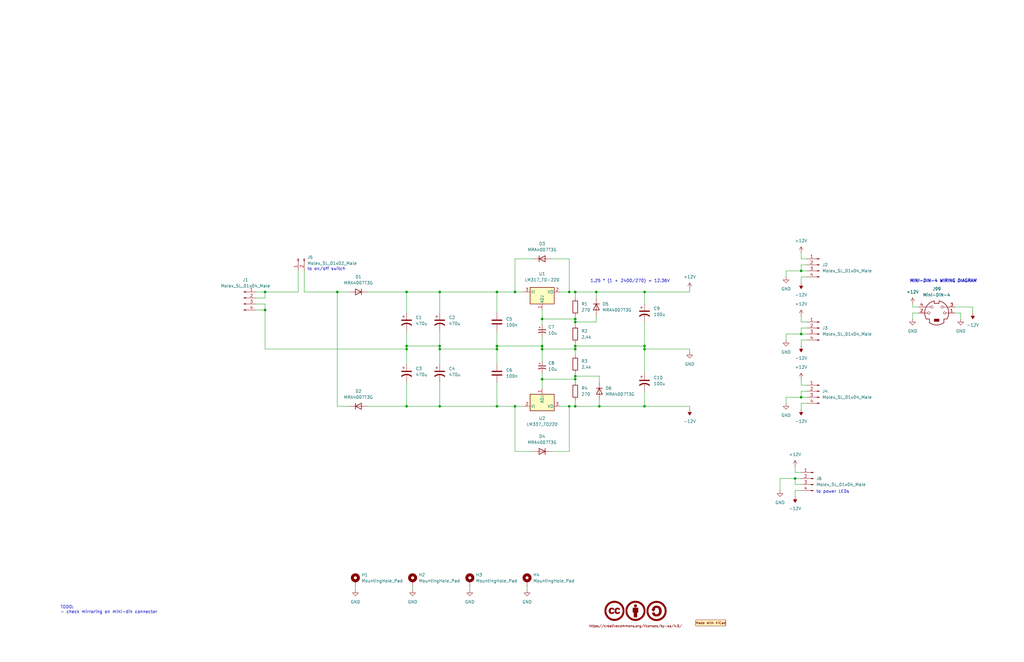
<source format=kicad_sch>
(kicad_sch (version 20211123) (generator eeschema)
  (paper "B")
  (title_block (title "Audio Instrument PSU") (date "${date}") (rev "${rev}") (company "G. Keeth"))
  (lib_symbols
    (symbol "Connector:Mini-DIN-4" (pin_names (offset 1.016))
      (property "Reference" "J" (at 0 6.35 0))
      (property "Value" "Mini-DIN-4" (at 0 -6.35 0))
      (symbol "Mini-DIN-4_1_1"
        (pin passive line (at 7.62 0 180) (length 2.54) (name "~") (number "1"))
        (pin passive line (at -7.62 0 0) (length 2.54) (name "~") (number "2"))
        (pin passive line (at 7.62 2.54 180) (length 2.54) (name "~") (number "3"))
        (pin passive line (at -7.62 2.54 0) (length 2.54) (name "~") (number "4"))
      )
    )
    (symbol "Connector_gkeeth:Molex_SL_01x02_Male" (pin_names (offset 1.016) hide)
      (property "Reference" "J" (at 0 2.54 0))
      (property "Value" "Molex_SL_01x02_Male" (at 0 -5.08 0))
      (symbol "Molex_SL_01x02_Male_1_1"
        (pin passive line (at 5.08 0 180) (length 3.81) (name "Pin_1") (number "1"))
        (pin passive line (at 5.08 -2.54 180) (length 3.81) (name "Pin_2") (number "2"))
      )
    )
    (symbol "Connector_gkeeth:Molex_SL_01x04_Male" (pin_names (offset 1.016) hide)
      (property "Reference" "J" (at 0 5.08 0))
      (property "Value" "Molex_SL_01x04_Male" (at 0 -7.62 0))
      (symbol "Molex_SL_01x04_Male_1_1"
        (pin passive line (at 5.08 2.54 180) (length 3.81) (name "Pin_1") (number "1"))
        (pin passive line (at 5.08 0 180) (length 3.81) (name "Pin_2") (number "2"))
        (pin passive line (at 5.08 -2.54 180) (length 3.81) (name "Pin_3") (number "3"))
        (pin passive line (at 5.08 -5.08 180) (length 3.81) (name "Pin_4") (number "4"))
      )
    )
    (symbol "Creative_Commons:CC-BY-SA_0.33in" (pin_names (offset 1.016))
      (symbol "CC-BY-SA_0.33in_0_0"
        (text "https://creativecommons.org/licenses/by-sa/4.0/" (at 0 -6.35 0) (effects (font (size 0.9906 0.9906))))
      )
    )
    (symbol "Device:C" (pin_numbers hide) (pin_names (offset 0.254))
      (property "Reference" "C" (at 0.635 2.54 0))
      (property "Value" "C" (at 0.635 -2.54 0))
      (symbol "C_1_1"
        (pin passive line (at 0 3.81 270) (length 2.794) (name "~") (number "1"))
        (pin passive line (at 0 -3.81 90) (length 2.794) (name "~") (number "2"))
      )
    )
    (symbol "Device:C_Polarized_Small_US" (pin_numbers hide) (pin_names (offset 0.254) hide)
      (property "Reference" "C" (at 0.254 1.778 0))
      (property "Value" "C_Polarized_Small_US" (at 0.254 -2.032 0))
      (symbol "C_Polarized_Small_US_1_1"
        (pin passive line (at 0 2.54 270) (length 2.032) (name "~") (number "1"))
        (pin passive line (at 0 -2.54 90) (length 2.032) (name "~") (number "2"))
      )
    )
    (symbol "Device:C_Polarized_US" (pin_numbers hide) (pin_names (offset 0.254) hide)
      (property "Reference" "C" (at 0.635 2.54 0))
      (property "Value" "C_Polarized_US" (at 0.635 -2.54 0))
      (symbol "C_Polarized_US_1_1"
        (pin passive line (at 0 3.81 270) (length 2.794) (name "~") (number "1"))
        (pin passive line (at 0 -3.81 90) (length 3.302) (name "~") (number "2"))
      )
    )
    (symbol "Device:R" (pin_numbers hide) (pin_names (offset 0))
      (property "Reference" "R" (at 2.032 0 90))
      (property "Value" "R" (at 0 0 90))
      (symbol "R_1_1"
        (pin passive line (at 0 3.81 270) (length 1.27) (name "~") (number "1"))
        (pin passive line (at 0 -3.81 90) (length 1.27) (name "~") (number "2"))
      )
    )
    (symbol "Diode:MRA4007T3G" (pin_numbers hide) (pin_names (offset 1.016) hide)
      (property "Reference" "D" (at 0 2.54 0))
      (property "Value" "MRA4007T3G" (at 0 -2.54 0))
      (symbol "MRA4007T3G_1_1"
        (pin passive line (at -3.81 0 0) (length 2.54) (name "K") (number "1"))
        (pin passive line (at 3.81 0 180) (length 2.54) (name "A") (number "2"))
      )
    )
    (symbol "Graphic_gkeeth:Logo_MadeWithKiCad" (pin_names (offset 1.016))
      (symbol "Logo_MadeWithKiCad_0_0"
        (text "Made With KiCad" (at 0 1.27 0) (effects (font (size 0.9906 0.9906))))
      )
    )
    (symbol "Mechanical:MountingHole_Pad" (pin_numbers hide) (pin_names (offset 1.016) hide)
      (property "Reference" "H" (at 0 6.35 0))
      (property "Value" "MountingHole_Pad" (at 0 4.445 0))
      (symbol "MountingHole_Pad_1_1"
        (pin input line (at 0 -2.54 90) (length 2.54) (name "1") (number "1"))
      )
    )
    (symbol "Regulator_Linear:LM317_TO-220" (pin_names (offset 0.254))
      (property "Reference" "U" (at -3.81 3.175 0))
      (property "Value" "LM317_TO-220" (at 0 3.175 0))
      (symbol "LM317_TO-220_1_1"
        (pin input line (at 0 -7.62 90) (length 2.54) (name "ADJ") (number "1"))
        (pin power_out line (at 7.62 0 180) (length 2.54) (name "VO") (number "2"))
        (pin power_in line (at -7.62 0 0) (length 2.54) (name "VI") (number "3"))
      )
    )
    (symbol "Regulator_Linear:LM337_TO220" (pin_names (offset 0.254))
      (property "Reference" "U" (at -3.81 -3.175 0))
      (property "Value" "LM337_TO220" (at 0 -3.175 0))
      (symbol "LM337_TO220_1_1"
        (pin input line (at 0 7.62 270) (length 2.54) (name "ADJ") (number "1"))
        (pin power_in line (at -7.62 0 0) (length 2.54) (name "VI") (number "2"))
        (pin power_out line (at 7.62 0 180) (length 2.54) (name "VO") (number "3"))
      )
    )
    (symbol "power:+12V" (power) (pin_names (offset 0))
      (property "Value" "+12V" (at 0 3.556 0))
      (symbol "+12V_1_1"
        (pin power_in line (at 0 0 90) (length 0) hide (name "+12V") (number "1"))
      )
    )
    (symbol "power:-12V" (power) (pin_names (offset 0))
      (property "Value" "-12V" (at 0 3.81 0))
      (symbol "-12V_0_0"
        (pin power_in line (at 0 0 90) (length 0) hide (name "-12V") (number "1"))
      )
    )
    (symbol "power:GND" (power) (pin_names (offset 0))
      (property "Value" "GND" (at 0 -3.81 0))
      (symbol "GND_1_1"
        (pin power_in line (at 0 0 270) (length 0) hide (name "GND") (number "1"))
      )
    )
  )
  (junction (at 185.42 171.45))
  (junction (at 337.82 114.3))
  (junction (at 228.6 146.05))
  (junction (at 271.78 123.19))
  (junction (at 335.28 201.93))
  (junction (at 142.24 123.19))
  (junction (at 228.6 160.02))
  (junction (at 251.46 123.19))
  (junction (at 242.57 160.02))
  (junction (at 209.55 146.05))
  (junction (at 337.82 167.64))
  (junction (at 171.45 146.05))
  (junction (at 185.42 123.19))
  (junction (at 271.78 147.32))
  (junction (at 242.57 134.62))
  (junction (at 228.6 147.32))
  (junction (at 337.82 140.97))
  (junction (at 252.73 171.45))
  (junction (at 228.6 134.62))
  (junction (at 217.17 123.19))
  (junction (at 271.78 146.05))
  (junction (at 209.55 123.19))
  (junction (at 271.78 171.45))
  (junction (at 242.57 158.75))
  (junction (at 242.57 135.89))
  (junction (at 242.57 147.32))
  (junction (at 240.03 171.45))
  (junction (at 171.45 171.45))
  (junction (at 242.57 123.19))
  (junction (at 242.57 171.45))
  (junction (at 171.45 147.32))
  (junction (at 242.57 146.05))
  (junction (at 217.17 171.45))
  (junction (at 111.76 130.81))
  (junction (at 171.45 123.19))
  (junction (at 240.03 123.19))
  (junction (at 209.55 171.45))
  (junction (at 185.42 147.32))
  (junction (at 111.76 123.19))
  (junction (at 209.55 147.32))
  (junction (at 185.42 146.05))
  (wire (pts (xy 340.36 111.76) (xy 337.82 111.76)))
  (wire (pts (xy 252.73 171.45) (xy 271.78 171.45)))
  (wire (pts (xy 271.78 123.19) (xy 271.78 128.27)))
  (wire (pts (xy 337.82 119.38) (xy 337.82 116.84)))
  (wire (pts (xy 142.24 171.45) (xy 142.24 123.19)))
  (wire (pts (xy 149.86 247.65) (xy 149.86 248.92)))
  (wire (pts (xy 198.12 247.65) (xy 198.12 248.92)))
  (wire (pts (xy 185.42 146.05) (xy 185.42 147.32)))
  (wire (pts (xy 337.82 204.47) (xy 335.28 204.47)))
  (wire (pts (xy 242.57 158.75) (xy 242.57 160.02)))
  (wire (pts (xy 335.28 207.01) (xy 337.82 207.01)))
  (wire (pts (xy 384.81 134.62) (xy 384.81 132.08)))
  (wire (pts (xy 337.82 146.05) (xy 337.82 143.51)))
  (wire (pts (xy 111.76 128.27) (xy 111.76 130.81)))
  (wire (pts (xy 232.41 190.5) (xy 240.03 190.5)))
  (wire (pts (xy 340.36 165.1) (xy 337.82 165.1)))
  (wire (pts (xy 405.13 132.08) (xy 402.59 132.08)))
  (wire (pts (xy 185.42 171.45) (xy 171.45 171.45)))
  (wire (pts (xy 209.55 147.32) (xy 209.55 146.05)))
  (wire (pts (xy 331.47 167.64) (xy 337.82 167.64)))
  (wire (pts (xy 251.46 133.35) (xy 251.46 135.89)))
  (wire (pts (xy 331.47 114.3) (xy 337.82 114.3)))
  (wire (pts (xy 111.76 130.81) (xy 111.76 147.32)))
  (wire (pts (xy 242.57 146.05) (xy 271.78 146.05)))
  (wire (pts (xy 128.27 123.19) (xy 142.24 123.19)))
  (wire (pts (xy 252.73 161.29) (xy 252.73 158.75)))
  (wire (pts (xy 252.73 168.91) (xy 252.73 171.45)))
  (wire (pts (xy 111.76 125.73) (xy 111.76 123.19)))
  (wire (pts (xy 209.55 123.19) (xy 217.17 123.19)))
  (wire (pts (xy 185.42 132.08) (xy 185.42 123.19)))
  (wire (pts (xy 335.28 199.39) (xy 337.82 199.39)))
  (wire (pts (xy 228.6 134.62) (xy 228.6 137.16)))
  (wire (pts (xy 242.57 171.45) (xy 240.03 171.45)))
  (wire (pts (xy 337.82 172.72) (xy 337.82 170.18)))
  (wire (pts (xy 128.27 114.3) (xy 128.27 123.19)))
  (wire (pts (xy 335.28 204.47) (xy 335.28 201.93)))
  (wire (pts (xy 337.82 160.02) (xy 337.82 162.56)))
  (wire (pts (xy 224.79 109.22) (xy 217.17 109.22)))
  (wire (pts (xy 331.47 143.51) (xy 331.47 140.97)))
  (wire (pts (xy 331.47 140.97) (xy 337.82 140.97)))
  (wire (pts (xy 242.57 133.35) (xy 242.57 134.62)))
  (wire (pts (xy 271.78 147.32) (xy 271.78 157.48)))
  (wire (pts (xy 217.17 190.5) (xy 217.17 171.45)))
  (wire (pts (xy 328.93 201.93) (xy 335.28 201.93)))
  (wire (pts (xy 337.82 170.18) (xy 340.36 170.18)))
  (wire (pts (xy 217.17 171.45) (xy 220.98 171.45)))
  (wire (pts (xy 337.82 111.76) (xy 337.82 114.3)))
  (wire (pts (xy 240.03 123.19) (xy 240.03 109.22)))
  (wire (pts (xy 331.47 170.18) (xy 331.47 167.64)))
  (wire (pts (xy 171.45 161.29) (xy 171.45 171.45)))
  (wire (pts (xy 185.42 147.32) (xy 185.42 153.67)))
  (wire (pts (xy 242.57 134.62) (xy 242.57 135.89)))
  (wire (pts (xy 185.42 123.19) (xy 171.45 123.19)))
  (wire (pts (xy 251.46 123.19) (xy 271.78 123.19)))
  (wire (pts (xy 405.13 134.62) (xy 405.13 132.08)))
  (wire (pts (xy 228.6 147.32) (xy 228.6 152.4)))
  (wire (pts (xy 125.73 114.3) (xy 125.73 123.19)))
  (wire (pts (xy 228.6 160.02) (xy 228.6 163.83)))
  (wire (pts (xy 209.55 123.19) (xy 209.55 132.08)))
  (wire (pts (xy 240.03 171.45) (xy 236.22 171.45)))
  (wire (pts (xy 337.82 109.22) (xy 340.36 109.22)))
  (wire (pts (xy 209.55 147.32) (xy 209.55 153.67)))
  (wire (pts (xy 337.82 114.3) (xy 340.36 114.3)))
  (wire (pts (xy 271.78 146.05) (xy 271.78 147.32)))
  (wire (pts (xy 217.17 109.22) (xy 217.17 123.19)))
  (wire (pts (xy 242.57 146.05) (xy 242.57 147.32)))
  (wire (pts (xy 242.57 157.48) (xy 242.57 158.75)))
  (wire (pts (xy 335.28 196.85) (xy 335.28 199.39)))
  (wire (pts (xy 209.55 171.45) (xy 217.17 171.45)))
  (wire (pts (xy 402.59 129.54) (xy 410.21 129.54)))
  (wire (pts (xy 228.6 146.05) (xy 228.6 142.24)))
  (wire (pts (xy 185.42 123.19) (xy 209.55 123.19)))
  (wire (pts (xy 107.95 123.19) (xy 111.76 123.19)))
  (wire (pts (xy 242.57 123.19) (xy 251.46 123.19)))
  (wire (pts (xy 242.57 147.32) (xy 242.57 149.86)))
  (wire (pts (xy 171.45 123.19) (xy 154.94 123.19)))
  (wire (pts (xy 337.82 135.89) (xy 340.36 135.89)))
  (wire (pts (xy 271.78 171.45) (xy 290.83 171.45)))
  (wire (pts (xy 107.95 128.27) (xy 111.76 128.27)))
  (wire (pts (xy 185.42 147.32) (xy 209.55 147.32)))
  (wire (pts (xy 328.93 207.01) (xy 328.93 201.93)))
  (wire (pts (xy 209.55 146.05) (xy 209.55 139.7)))
  (wire (pts (xy 337.82 138.43) (xy 337.82 140.97)))
  (wire (pts (xy 290.83 172.72) (xy 290.83 171.45)))
  (wire (pts (xy 337.82 165.1) (xy 337.82 167.64)))
  (wire (pts (xy 111.76 147.32) (xy 171.45 147.32)))
  (wire (pts (xy 290.83 147.32) (xy 290.83 148.59)))
  (wire (pts (xy 240.03 190.5) (xy 240.03 171.45)))
  (wire (pts (xy 242.57 160.02) (xy 242.57 161.29)))
  (wire (pts (xy 107.95 125.73) (xy 111.76 125.73)))
  (wire (pts (xy 340.36 138.43) (xy 337.82 138.43)))
  (wire (pts (xy 337.82 106.68) (xy 337.82 109.22)))
  (wire (pts (xy 228.6 130.81) (xy 228.6 134.62)))
  (wire (pts (xy 337.82 143.51) (xy 340.36 143.51)))
  (wire (pts (xy 242.57 135.89) (xy 242.57 137.16)))
  (wire (pts (xy 337.82 133.35) (xy 337.82 135.89)))
  (wire (pts (xy 125.73 123.19) (xy 111.76 123.19)))
  (wire (pts (xy 222.25 247.65) (xy 222.25 248.92)))
  (wire (pts (xy 142.24 123.19) (xy 147.32 123.19)))
  (wire (pts (xy 337.82 167.64) (xy 340.36 167.64)))
  (wire (pts (xy 242.57 144.78) (xy 242.57 146.05)))
  (wire (pts (xy 171.45 147.32) (xy 171.45 153.67)))
  (wire (pts (xy 217.17 123.19) (xy 220.98 123.19)))
  (wire (pts (xy 384.81 132.08) (xy 387.35 132.08)))
  (wire (pts (xy 242.57 168.91) (xy 242.57 171.45)))
  (wire (pts (xy 228.6 134.62) (xy 242.57 134.62)))
  (wire (pts (xy 271.78 147.32) (xy 290.83 147.32)))
  (wire (pts (xy 271.78 165.1) (xy 271.78 171.45)))
  (wire (pts (xy 171.45 132.08) (xy 171.45 123.19)))
  (wire (pts (xy 242.57 171.45) (xy 252.73 171.45)))
  (wire (pts (xy 331.47 116.84) (xy 331.47 114.3)))
  (wire (pts (xy 410.21 132.08) (xy 410.21 129.54)))
  (wire (pts (xy 185.42 171.45) (xy 209.55 171.45)))
  (wire (pts (xy 171.45 146.05) (xy 185.42 146.05)))
  (wire (pts (xy 185.42 161.29) (xy 185.42 171.45)))
  (wire (pts (xy 228.6 157.48) (xy 228.6 160.02)))
  (wire (pts (xy 185.42 139.7) (xy 185.42 146.05)))
  (wire (pts (xy 384.81 129.54) (xy 387.35 129.54)))
  (wire (pts (xy 335.28 201.93) (xy 337.82 201.93)))
  (wire (pts (xy 240.03 109.22) (xy 232.41 109.22)))
  (wire (pts (xy 209.55 161.29) (xy 209.55 171.45)))
  (wire (pts (xy 228.6 146.05) (xy 228.6 147.32)))
  (wire (pts (xy 337.82 162.56) (xy 340.36 162.56)))
  (wire (pts (xy 228.6 160.02) (xy 242.57 160.02)))
  (wire (pts (xy 384.81 128.27) (xy 384.81 129.54)))
  (wire (pts (xy 107.95 130.81) (xy 111.76 130.81)))
  (wire (pts (xy 236.22 123.19) (xy 240.03 123.19)))
  (wire (pts (xy 337.82 116.84) (xy 340.36 116.84)))
  (wire (pts (xy 271.78 123.19) (xy 290.83 123.19)))
  (wire (pts (xy 171.45 139.7) (xy 171.45 146.05)))
  (wire (pts (xy 147.32 171.45) (xy 142.24 171.45)))
  (wire (pts (xy 240.03 123.19) (xy 242.57 123.19)))
  (wire (pts (xy 290.83 121.92) (xy 290.83 123.19)))
  (wire (pts (xy 251.46 123.19) (xy 251.46 125.73)))
  (wire (pts (xy 224.79 190.5) (xy 217.17 190.5)))
  (wire (pts (xy 209.55 146.05) (xy 228.6 146.05)))
  (wire (pts (xy 171.45 146.05) (xy 171.45 147.32)))
  (wire (pts (xy 242.57 123.19) (xy 242.57 125.73)))
  (wire (pts (xy 252.73 158.75) (xy 242.57 158.75)))
  (wire (pts (xy 171.45 171.45) (xy 154.94 171.45)))
  (wire (pts (xy 271.78 135.89) (xy 271.78 146.05)))
  (wire (pts (xy 337.82 140.97) (xy 340.36 140.97)))
  (wire (pts (xy 242.57 147.32) (xy 228.6 147.32)))
  (wire (pts (xy 335.28 209.55) (xy 335.28 207.01)))
  (wire (pts (xy 251.46 135.89) (xy 242.57 135.89)))
  (wire (pts (xy 173.99 247.65) (xy 173.99 248.92)))
  (text "to on/off switch" (at 129.54 114.3 0) (effects (font (size 1.27 1.27)) (justify left bottom)))
  (text "to power LEDs" (at 344.17 208.28 0) (effects (font (size 1.27 1.27)) (justify left bottom)))
  (text "MINI-DIN-4 WIRING DIAGRAM" (at 383.54 119.38 0) (effects (font (size 1.27 1.27) (thickness 0.254) bold italic) (justify left bottom)))
  (text "1.25 * (1 + 2400/270) = 12.36V" (at 248.92 119.38 0) (effects (font (size 1.27 1.27)) (justify left bottom)))
  (text "TODO:\n- check mirroring on mini-din connector" (at 25.4 259.08 0) (effects (font (size 1.27 1.27)) (justify left bottom)))
  (symbol (lib_id "Connector_gkeeth:Molex_SL_01x04_Male") (at 345.44 165.1 0) (mirror y) (unit 1)
    (property "Reference" "J4" (at 346.71 165.0999 0) (effects (justify right)))
    (property "Value" "Molex_SL_01x04_Male" (at 346.71 167.6399 0) (effects (justify right)))
    (property "Footprint" "Connector_Molex_SL:Molex_SL_A-70543-0003_1x04_P2.54mm_Vertical" (effects hide))
    (property "Datasheet" "https://www.molex.com/pdm_docs/sd/705430001_sd.pdf" (effects hide))
  )
  (symbol (lib_id "Device:R") (at 242.57 140.97 0) (unit 1)
    (property "Reference" "R2" (at 245.11 139.6999 0) (effects (justify left)))
    (property "Value" "2.4k" (at 245.11 142.2399 0) (effects (justify left)))
    (property "Footprint" "Resistor_SMD:R_1206_3216Metric" (effects hide))
  )
  (symbol (lib_id "power:-12V") (at 337.82 172.72 0) (mirror x) (unit 1)
    (property "Reference" "#PWR?" (effects hide))
    (property "Value" "-12V" (at 337.82 177.8 0))
  )
  (symbol (lib_id "Device:C") (at 209.55 157.48 0) (unit 1)
    (property "Reference" "C6" (at 213.36 156.2099 0) (effects (justify left)))
    (property "Value" "100n" (at 213.36 158.7499 0) (effects (justify left)))
    (property "Footprint" "Capacitor_SMD:C_0805_2012Metric" (effects hide))
  )
  (symbol (lib_id "power:GND") (at 331.47 143.51 0) (unit 1)
    (property "Reference" "#PWR?" (effects hide))
    (property "Value" "GND" (at 331.47 148.59 0))
  )
  (symbol (lib_id "power:-12V") (at 410.21 132.08 0) (mirror x) (unit 1)
    (property "Reference" "#PWR?" (effects hide))
    (property "Value" "-12V" (at 410.21 137.16 0))
  )
  (symbol (lib_id "Diode:MRA4007T3G") (at 151.13 123.19 180) (unit 1)
    (property "Reference" "D1" (at 151.13 116.84 0))
    (property "Value" "MRA4007T3G" (at 151.13 119.38 0))
    (property "Footprint" "Diode_SMD:D_SMA" (effects hide))
    (property "Datasheet" "http://www.onsemi.com/pub_link/Collateral/MRA4003T3-D.PDF" (effects hide))
  )
  (symbol (lib_id "power:GND") (at 331.47 170.18 0) (unit 1)
    (property "Reference" "#PWR?" (effects hide))
    (property "Value" "GND" (at 331.47 175.26 0))
  )
  (symbol (lib_id "Mechanical:MountingHole_Pad") (at 173.99 245.11 0) (unit 1)
    (property "Reference" "H2" (at 176.53 242.5699 0) (effects (justify left)))
    (property "Value" "MountingHole_Pad" (at 176.53 245.1099 0) (effects (justify left)))
    (property "Footprint" "Mounting_gkeeth:MountingBracket_Keystone_4335_Width12.7mm_Drill3.05mm" (effects hide))
    (property "Manufacturer" "Keystone" (effects hide))
    (property "Manufacturer PN" "4335" (effects hide))
  )
  (symbol (lib_id "power:GND") (at 173.99 248.92 0) (unit 1)
    (property "Reference" "#PWR?" (effects hide))
    (property "Value" "GND" (at 173.99 254 0))
  )
  (symbol (lib_id "Creative_Commons:CC-BY-SA_0.33in") (at 267.97 257.81 0) (unit 1) (in_bom no)
    (property "Reference" "LOGO?" (effects hide))
    (property "Value" "CC-BY-SA_0.33in" (effects hide))
    (property "Footprint" "Symbol_CreativeCommons:CC-BY-SA_SilkScreenTop_Small" (effects hide))
  )
  (symbol (lib_id "Mechanical:MountingHole_Pad") (at 198.12 245.11 0) (unit 1) (in_bom no)
    (property "Reference" "H3" (at 200.66 242.5699 0) (effects (justify left)))
    (property "Value" "MountingHole_Pad" (at 200.66 245.1099 0) (effects (justify left)))
    (property "Footprint" "MountingHole:MountingHole_3.2mm_M3_Pad" (effects hide))
  )
  (symbol (lib_id "Device:R") (at 242.57 153.67 0) (unit 1)
    (property "Reference" "R3" (at 245.11 152.3999 0) (effects (justify left)))
    (property "Value" "2.4k" (at 245.11 154.9399 0) (effects (justify left)))
    (property "Footprint" "Resistor_SMD:R_1206_3216Metric" (effects hide))
  )
  (symbol (lib_id "Graphic_gkeeth:Logo_MadeWithKiCad") (at 299.72 264.16 0) (unit 1) (in_bom no)
    (property "Reference" "LOGO?" (effects hide))
    (property "Value" "Logo_MadeWithKiCad" (effects hide))
    (property "Footprint" "Symbol:KiCad-Logo2_5mm_SilkScreen" (effects hide))
  )
  (symbol (lib_id "Device:C") (at 209.55 135.89 0) (unit 1)
    (property "Reference" "C5" (at 213.36 134.6199 0) (effects (justify left)))
    (property "Value" "100n" (at 213.36 137.1599 0) (effects (justify left)))
    (property "Footprint" "Capacitor_SMD:C_0805_2012Metric" (effects hide))
  )
  (symbol (lib_id "Diode:MRA4007T3G") (at 228.6 109.22 0) (unit 1)
    (property "Reference" "D3" (at 228.6 102.87 0))
    (property "Value" "MRA4007T3G" (at 228.6 105.41 0))
    (property "Footprint" "Diode_SMD:D_SMA" (effects hide))
    (property "Datasheet" "http://www.onsemi.com/pub_link/Collateral/MRA4003T3-D.PDF" (effects hide))
  )
  (symbol (lib_id "Device:C_Polarized_Small_US") (at 228.6 139.7 0) (unit 1)
    (property "Reference" "C7" (at 231.14 137.9981 0) (effects (justify left)))
    (property "Value" "10u" (at 231.14 140.5381 0) (effects (justify left)))
    (property "Footprint" "Capacitor_THT:CP_Radial_D5.0mm_P2.50mm" (effects hide))
    (property "Dielectric" "Electrolytic" (effects hide))
    (property "Voltage " "35V" (effects hide))
  )
  (symbol (lib_id "Connector_gkeeth:Molex_SL_01x04_Male") (at 102.87 125.73 0) (unit 1)
    (property "Reference" "J1" (at 103.505 118.11 0))
    (property "Value" "Molex_SL_01x04_Male" (at 103.505 120.65 0))
    (property "Footprint" "Connector_Molex_SL:Molex_SL_A-70543-0003_1x04_P2.54mm_Vertical" (effects hide))
    (property "Datasheet" "https://www.molex.com/pdm_docs/sd/705430001_sd.pdf" (effects hide))
  )
  (symbol (lib_id "Connector_gkeeth:Molex_SL_01x04_Male") (at 342.9 201.93 0) (mirror y) (unit 1)
    (property "Reference" "J6" (at 344.17 201.9299 0) (effects (justify right)))
    (property "Value" "Molex_SL_01x04_Male" (at 344.17 204.4699 0) (effects (justify right)))
    (property "Footprint" "Connector_Molex_SL:Molex_SL_A-70543-0003_1x04_P2.54mm_Vertical" (effects hide))
    (property "Datasheet" "https://www.molex.com/pdm_docs/sd/705430001_sd.pdf" (effects hide))
  )
  (symbol (lib_id "power:-12V") (at 290.83 172.72 0) (mirror x) (unit 1)
    (property "Reference" "#PWR?" (effects hide))
    (property "Value" "-12V" (at 290.83 177.8 0))
  )
  (symbol (lib_id "Mechanical:MountingHole_Pad") (at 149.86 245.11 0) (unit 1)
    (property "Reference" "H1" (at 152.4 242.5699 0) (effects (justify left)))
    (property "Value" "MountingHole_Pad" (at 152.4 245.1099 0) (effects (justify left)))
    (property "Footprint" "Mounting_gkeeth:MountingBracket_Keystone_4335_Width12.7mm_Drill3.05mm" (effects hide))
    (property "Manufacturer" "Keystone" (effects hide))
    (property "Manufacturer PN" "4335" (effects hide))
  )
  (symbol (lib_id "power:GND") (at 222.25 248.92 0) (unit 1)
    (property "Reference" "#PWR?" (effects hide))
    (property "Value" "GND" (at 222.25 254 0))
  )
  (symbol (lib_id "Regulator_Linear:LM337_TO220") (at 228.6 171.45 0) (unit 1)
    (property "Reference" "U2" (at 228.6 176.53 0))
    (property "Value" "LM337_TO220" (at 228.6 179.07 0))
    (property "Footprint" "Package_TO_SOT_THT:TO-220-3_Vertical" (effects hide))
    (property "Datasheet" "http://www.ti.com/lit/ds/symlink/lm337-n.pdf" (effects hide))
  )
  (symbol (lib_id "Device:R") (at 242.57 165.1 0) (unit 1)
    (property "Reference" "R4" (at 245.11 163.8299 0) (effects (justify left)))
    (property "Value" "270" (at 245.11 166.3699 0) (effects (justify left)))
    (property "Footprint" "Resistor_SMD:R_1206_3216Metric" (effects hide))
  )
  (symbol (lib_id "power:GND") (at 198.12 248.92 0) (unit 1)
    (property "Reference" "#PWR?" (effects hide))
    (property "Value" "GND" (at 198.12 254 0))
  )
  (symbol (lib_id "Device:C_Polarized_Small_US") (at 228.6 154.94 0) (unit 1)
    (property "Reference" "C8" (at 231.14 153.2381 0) (effects (justify left)))
    (property "Value" "10u" (at 231.14 155.7781 0) (effects (justify left)))
    (property "Footprint" "Capacitor_THT:CP_Radial_D5.0mm_P2.50mm" (effects hide))
    (property "Dielectric" "Electrolytic" (effects hide))
    (property "Voltage " "35V" (effects hide))
  )
  (symbol (lib_id "Connector_gkeeth:Molex_SL_01x04_Male") (at 345.44 111.76 0) (mirror y) (unit 1)
    (property "Reference" "J2" (at 346.71 111.7599 0) (effects (justify right)))
    (property "Value" "Molex_SL_01x04_Male" (at 346.71 114.2999 0) (effects (justify right)))
    (property "Footprint" "Connector_Molex_SL:Molex_SL_A-70543-0003_1x04_P2.54mm_Vertical" (effects hide))
    (property "Datasheet" "https://www.molex.com/pdm_docs/sd/705430001_sd.pdf" (effects hide))
  )
  (symbol (lib_id "Device:C_Polarized_US") (at 271.78 132.08 0) (unit 1)
    (property "Reference" "C9" (at 275.59 130.1749 0) (effects (justify left)))
    (property "Value" "100u" (at 275.59 132.7149 0) (effects (justify left)))
    (property "Footprint" "Capacitor_THT:CP_Radial_D6.3mm_P2.50mm" (effects hide))
    (property "Manufacturer" "Nichicon" (effects hide))
    (property "Dielectric" "Electrolytic" (effects hide))
    (property "Voltage" "35" (effects hide))
  )
  (symbol (lib_id "Connector_gkeeth:Molex_SL_01x04_Male") (at 345.44 138.43 0) (mirror y) (unit 1)
    (property "Reference" "J3" (at 346.71 138.4299 0) (effects (justify right)))
    (property "Value" "Molex_SL_01x04_Male" (at 346.71 140.9699 0) (effects (justify right)))
    (property "Footprint" "Connector_Molex_SL:Molex_SL_A-70543-0003_1x04_P2.54mm_Vertical" (effects hide))
    (property "Datasheet" "https://www.molex.com/pdm_docs/sd/705430001_sd.pdf" (effects hide))
  )
  (symbol (lib_id "power:+12V") (at 384.81 128.27 0) (unit 1)
    (property "Reference" "#PWR?" (effects hide))
    (property "Value" "+12V" (at 384.81 123.19 0))
  )
  (symbol (lib_id "Device:C_Polarized_US") (at 185.42 157.48 0) (unit 1)
    (property "Reference" "C4" (at 189.23 155.5749 0) (effects (justify left)))
    (property "Value" "470u" (at 189.23 158.1149 0) (effects (justify left)))
    (property "Footprint" "Capacitor_THT:CP_Radial_D10.0mm_P5.00mm" (effects hide))
    (property "Manufacturer" "Nichicon" (effects hide))
    (property "Dielectric" "Electrolytic" (effects hide))
    (property "Voltage" "35" (effects hide))
  )
  (symbol (lib_id "Regulator_Linear:LM317_TO-220") (at 228.6 123.19 0) (unit 1)
    (property "Reference" "U1" (at 228.6 115.57 0))
    (property "Value" "LM317_TO-220" (at 228.6 118.11 0))
    (property "Footprint" "Package_TO_SOT_THT:TO-220-3_Vertical" (effects hide))
    (property "Datasheet" "http://www.ti.com/lit/ds/symlink/lm317.pdf" (effects hide))
  )
  (symbol (lib_id "Connector_gkeeth:Molex_SL_01x02_Male") (at 125.73 109.22 90) (mirror x) (unit 1)
    (property "Reference" "J5" (at 129.54 108.5849 90) (effects (justify right)))
    (property "Value" "Molex_SL_01x02_Male" (at 129.54 111.1249 90) (effects (justify right)))
    (property "Footprint" "Connector_Molex_SL:Molex_SL_A-70543-0001_1x02_P2.54mm_Vertical" (effects hide))
    (property "Datasheet" "https://www.molex.com/pdm_docs/sd/705430001_sd.pdf" (effects hide))
  )
  (symbol (lib_id "Diode:MRA4007T3G") (at 151.13 171.45 0) (unit 1)
    (property "Reference" "D2" (at 151.13 165.1 0))
    (property "Value" "MRA4007T3G" (at 151.13 167.64 0))
    (property "Footprint" "Diode_SMD:D_SMA" (effects hide))
    (property "Datasheet" "http://www.onsemi.com/pub_link/Collateral/MRA4003T3-D.PDF" (effects hide))
  )
  (symbol (lib_id "power:GND") (at 384.81 134.62 0) (unit 1)
    (property "Reference" "#PWR?" (effects hide))
    (property "Value" "GND" (at 384.81 139.7 0))
  )
  (symbol (lib_id "power:GND") (at 149.86 248.92 0) (unit 1)
    (property "Reference" "#PWR?" (effects hide))
    (property "Value" "GND" (at 149.86 254 0))
  )
  (symbol (lib_id "power:GND") (at 328.93 207.01 0) (unit 1)
    (property "Reference" "#PWR?" (effects hide))
    (property "Value" "GND" (at 328.93 212.09 0))
  )
  (symbol (lib_id "Device:C_Polarized_US") (at 271.78 161.29 0) (unit 1)
    (property "Reference" "C10" (at 275.59 159.3849 0) (effects (justify left)))
    (property "Value" "100u" (at 275.59 161.9249 0) (effects (justify left)))
    (property "Footprint" "Capacitor_THT:CP_Radial_D6.3mm_P2.50mm" (effects hide))
    (property "Manufacturer" "Nichicon" (effects hide))
    (property "Dielectric" "Electrolytic" (effects hide))
    (property "Voltage" "35" (effects hide))
  )
  (symbol (lib_id "power:-12V") (at 337.82 146.05 0) (mirror x) (unit 1)
    (property "Reference" "#PWR?" (effects hide))
    (property "Value" "-12V" (at 337.82 151.13 0))
  )
  (symbol (lib_id "power:GND") (at 405.13 134.62 0) (unit 1)
    (property "Reference" "#PWR?" (effects hide))
    (property "Value" "GND" (at 405.13 139.7 0))
  )
  (symbol (lib_id "power:+12V") (at 337.82 133.35 0) (unit 1)
    (property "Reference" "#PWR?" (effects hide))
    (property "Value" "+12V" (at 337.82 128.27 0))
  )
  (symbol (lib_id "power:-12V") (at 335.28 209.55 0) (mirror x) (unit 1)
    (property "Reference" "#PWR?" (effects hide))
    (property "Value" "-12V" (at 335.28 214.63 0))
  )
  (symbol (lib_id "Device:C_Polarized_US") (at 185.42 135.89 0) (unit 1)
    (property "Reference" "C2" (at 189.23 133.9849 0) (effects (justify left)))
    (property "Value" "470u" (at 189.23 136.5249 0) (effects (justify left)))
    (property "Footprint" "Capacitor_THT:CP_Radial_D10.0mm_P5.00mm" (effects hide))
    (property "Manufacturer" "Nichicon" (effects hide))
    (property "Dielectric" "Electrolytic" (effects hide))
    (property "Voltage" "35" (effects hide))
  )
  (symbol (lib_id "Mechanical:MountingHole_Pad") (at 222.25 245.11 0) (unit 1) (in_bom no)
    (property "Reference" "H4" (at 224.79 242.5699 0) (effects (justify left)))
    (property "Value" "MountingHole_Pad" (at 224.79 245.1099 0) (effects (justify left)))
    (property "Footprint" "MountingHole:MountingHole_3.2mm_M3_Pad" (effects hide))
  )
  (symbol (lib_id "power:GND") (at 290.83 148.59 0) (unit 1)
    (property "Reference" "#PWR?" (effects hide))
    (property "Value" "GND" (at 290.83 153.67 0))
  )
  (symbol (lib_id "power:+12V") (at 290.83 121.92 0) (unit 1)
    (property "Reference" "#PWR?" (effects hide))
    (property "Value" "+12V" (at 290.83 116.84 0))
  )
  (symbol (lib_id "Connector:Mini-DIN-4") (at 394.97 132.08 0) (unit 1) (in_bom no) (on_board no)
    (property "Reference" "J99" (at 394.9877 121.92 0))
    (property "Value" "Mini-DIN-4" (at 394.9877 124.46 0))
    (property "Datasheet" "http://service.powerdynamics.com/ec/Catalog17/Section%2011.pdf" (effects hide))
  )
  (symbol (lib_id "power:+12V") (at 337.82 106.68 0) (unit 1)
    (property "Reference" "#PWR?" (effects hide))
    (property "Value" "+12V" (at 337.82 101.6 0))
  )
  (symbol (lib_id "power:-12V") (at 337.82 119.38 0) (mirror x) (unit 1)
    (property "Reference" "#PWR?" (effects hide))
    (property "Value" "-12V" (at 337.82 124.46 0))
  )
  (symbol (lib_id "power:GND") (at 331.47 116.84 0) (unit 1)
    (property "Reference" "#PWR?" (effects hide))
    (property "Value" "GND" (at 331.47 121.92 0))
  )
  (symbol (lib_id "Device:R") (at 242.57 129.54 0) (unit 1)
    (property "Reference" "R1" (at 245.11 128.2699 0) (effects (justify left)))
    (property "Value" "270" (at 245.11 130.8099 0) (effects (justify left)))
    (property "Footprint" "Resistor_SMD:R_1206_3216Metric" (effects hide))
  )
  (symbol (lib_id "Device:C_Polarized_US") (at 171.45 135.89 0) (unit 1)
    (property "Reference" "C1" (at 175.26 133.9849 0) (effects (justify left)))
    (property "Value" "470u" (at 175.26 136.5249 0) (effects (justify left)))
    (property "Footprint" "Capacitor_THT:CP_Radial_D10.0mm_P5.00mm" (effects hide))
    (property "Manufacturer" "Nichicon" (effects hide))
    (property "Dielectric" "Electrolytic" (effects hide))
    (property "Voltage" "35" (effects hide))
  )
  (symbol (lib_id "power:+12V") (at 335.28 196.85 0) (unit 1)
    (property "Reference" "#PWR?" (effects hide))
    (property "Value" "+12V" (at 335.28 191.77 0))
  )
  (symbol (lib_id "power:+12V") (at 337.82 160.02 0) (unit 1)
    (property "Reference" "#PWR?" (effects hide))
    (property "Value" "+12V" (at 337.82 154.94 0))
  )
  (symbol (lib_id "Diode:MRA4007T3G") (at 251.46 129.54 270) (unit 1)
    (property "Reference" "D5" (at 254 128.2699 90) (effects (justify left)))
    (property "Value" "MRA4007T3G" (at 254 130.8099 90) (effects (justify left)))
    (property "Footprint" "Diode_SMD:D_SMA" (effects hide))
    (property "Datasheet" "http://www.onsemi.com/pub_link/Collateral/MRA4003T3-D.PDF" (effects hide))
  )
  (symbol (lib_id "Diode:MRA4007T3G") (at 228.6 190.5 180) (unit 1)
    (property "Reference" "D4" (at 228.6 184.15 0))
    (property "Value" "MRA4007T3G" (at 228.6 186.69 0))
    (property "Footprint" "Diode_SMD:D_SMA" (effects hide))
    (property "Datasheet" "http://www.onsemi.com/pub_link/Collateral/MRA4003T3-D.PDF" (effects hide))
  )
  (symbol (lib_id "Diode:MRA4007T3G") (at 252.73 165.1 270) (unit 1)
    (property "Reference" "D6" (at 255.27 163.8299 90) (effects (justify left)))
    (property "Value" "MRA4007T3G" (at 255.27 166.3699 90) (effects (justify left)))
    (property "Footprint" "Diode_SMD:D_SMA" (effects hide))
    (property "Datasheet" "http://www.onsemi.com/pub_link/Collateral/MRA4003T3-D.PDF" (effects hide))
  )
  (symbol (lib_id "Device:C_Polarized_US") (at 171.45 157.48 0) (unit 1)
    (property "Reference" "C3" (at 175.26 155.5749 0) (effects (justify left)))
    (property "Value" "470u" (at 175.26 158.1149 0) (effects (justify left)))
    (property "Footprint" "Capacitor_THT:CP_Radial_D10.0mm_P5.00mm" (effects hide))
    (property "Manufacturer" "Nichicon" (effects hide))
    (property "Dielectric" "Electrolytic" (effects hide))
    (property "Voltage" "35" (effects hide))
  )
)
</source>
